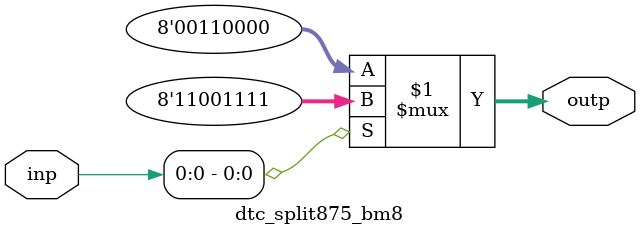
<source format=v>
module dtc_split875_bm8 (
	input  wire [8-1:0] inp,
	output wire [8-1:0] outp
);


	assign outp = (inp[0]) ? 8'b11001111 : 8'b00110000;

endmodule
</source>
